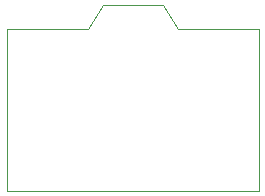
<source format=gbr>
%TF.GenerationSoftware,KiCad,Pcbnew,(5.1.10-1-10_14)*%
%TF.CreationDate,2021-09-10T18:45:47-04:00*%
%TF.ProjectId,led-bar,6c65642d-6261-4722-9e6b-696361645f70,rev?*%
%TF.SameCoordinates,Original*%
%TF.FileFunction,Profile,NP*%
%FSLAX46Y46*%
G04 Gerber Fmt 4.6, Leading zero omitted, Abs format (unit mm)*
G04 Created by KiCad (PCBNEW (5.1.10-1-10_14)) date 2021-09-10 18:45:47*
%MOMM*%
%LPD*%
G01*
G04 APERTURE LIST*
%TA.AperFunction,Profile*%
%ADD10C,0.050000*%
%TD*%
G04 APERTURE END LIST*
D10*
X169672000Y-77216000D02*
X162814000Y-77216000D01*
X170942000Y-75184000D02*
X169672000Y-77216000D01*
X176022000Y-75184000D02*
X170942000Y-75184000D01*
X177292000Y-77216000D02*
X176022000Y-75184000D01*
X184150000Y-77216000D02*
X177292000Y-77216000D01*
X184150000Y-77216000D02*
X184150000Y-87122000D01*
X162814000Y-90932000D02*
X162814000Y-77216000D01*
X184150000Y-90932000D02*
X162814000Y-90932000D01*
X184150000Y-90932000D02*
X184150000Y-87122000D01*
M02*

</source>
